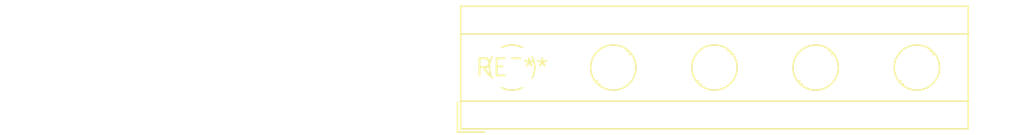
<source format=kicad_pcb>
(kicad_pcb (version 20240108) (generator pcbnew)
  (layers (0 "F.Cu" signal) (31 "B.Cu" signal) (34 "B.Paste" user) (35 "F.Paste" user) (36 "B.SilkS" user "B.Silkscreen") (37 "F.SilkS" user "F.Silkscreen") (38 "B.Mask" user) (39 "F.Mask" user) (44 "Edge.Cuts" user))
  (net 0 "")
  (footprint "TerminalBlock_MetzConnect_Type171_RT13705HBWC_1x05_P7.50mm_Horizontal" (layer "F.Cu") (at 0 0)
    (property "Reference" "REF**")
    (property "Value" "TerminalBlock_MetzConnect_Type171_RT13705HBWC_1x05_P7.50mm_Horizontal")
    (fp_line (start -4.05 2.56) (end -4.05 4.8) (layer "F.SilkS") (stroke (width 0.12)))
    (fp_line (start -4.05 4.8) (end -2.05 4.8) (layer "F.SilkS") (stroke (width 0.12)))
    (fp_line (start -3.81 -4.56) (end -3.81 4.56) (layer "F.SilkS") (stroke (width 0.12)))
    (fp_line (start -3.81 -4.56) (end 33.81 -4.56) (layer "F.SilkS") (stroke (width 0.12)))
    (fp_line (start -3.81 -2.5) (end 33.81 -2.5) (layer "F.SilkS") (stroke (width 0.12)))
    (fp_line (start -3.81 2.5) (end 33.81 2.5) (layer "F.SilkS") (stroke (width 0.12)))
    (fp_line (start -3.81 4.56) (end 33.81 4.56) (layer "F.SilkS") (stroke (width 0.12)))
    (fp_line (start 6.32 0.976) (end 6.226 1.069) (layer "F.SilkS") (stroke (width 0.12)))
    (fp_line (start 6.49 1.216) (end 6.431 1.274) (layer "F.SilkS") (stroke (width 0.12)))
    (fp_line (start 8.57 -1.275) (end 8.511 -1.216) (layer "F.SilkS") (stroke (width 0.12)))
    (fp_line (start 8.775 -1.069) (end 8.681 -0.976) (layer "F.SilkS") (stroke (width 0.12)))
    (fp_line (start 13.82 0.976) (end 13.726 1.069) (layer "F.SilkS") (stroke (width 0.12)))
    (fp_line (start 13.99 1.216) (end 13.931 1.274) (layer "F.SilkS") (stroke (width 0.12)))
    (fp_line (start 16.07 -1.275) (end 16.011 -1.216) (layer "F.SilkS") (stroke (width 0.12)))
    (fp_line (start 16.275 -1.069) (end 16.181 -0.976) (layer "F.SilkS") (stroke (width 0.12)))
    (fp_line (start 21.32 0.976) (end 21.226 1.069) (layer "F.SilkS") (stroke (width 0.12)))
    (fp_line (start 21.49 1.216) (end 21.431 1.274) (layer "F.SilkS") (stroke (width 0.12)))
    (fp_line (start 23.57 -1.275) (end 23.511 -1.216) (layer "F.SilkS") (stroke (width 0.12)))
    (fp_line (start 23.775 -1.069) (end 23.681 -0.976) (layer "F.SilkS") (stroke (width 0.12)))
    (fp_line (start 28.82 0.976) (end 28.726 1.069) (layer "F.SilkS") (stroke (width 0.12)))
    (fp_line (start 28.99 1.216) (end 28.931 1.274) (layer "F.SilkS") (stroke (width 0.12)))
    (fp_line (start 31.07 -1.275) (end 31.011 -1.216) (layer "F.SilkS") (stroke (width 0.12)))
    (fp_line (start 31.275 -1.069) (end 31.181 -0.976) (layer "F.SilkS") (stroke (width 0.12)))
    (fp_line (start 33.81 -4.56) (end 33.81 4.56) (layer "F.SilkS") (stroke (width 0.12)))
    (fp_arc (start -1.483953 0.789089) (mid -1.680708 5e-05) (end -1.484 -0.789) (layer "F.SilkS") (stroke (width 0.12)))
    (fp_arc (start -0.789089 -1.483953) (mid -5e-05 -1.680708) (end 0.789 -1.484) (layer "F.SilkS") (stroke (width 0.12)))
    (fp_arc (start 0.029383 1.68045) (mid -0.392304 1.634281) (end -0.789 1.484) (layer "F.SilkS") (stroke (width 0.12)))
    (fp_arc (start 0.788712 1.483352) (mid 0.406429 1.630097) (end 0 1.68) (layer "F.SilkS") (stroke (width 0.12)))
    (fp_arc (start 1.483953 -0.789089) (mid 1.680708 -5e-05) (end 1.484 0.789) (layer "F.SilkS") (stroke (width 0.12)))
    (fp_circle (center 7.5 0) (end 9.18 0) (layer "F.SilkS") (stroke (width 0.12)) (fill none))
    (fp_circle (center 15 0) (end 16.68 0) (layer "F.SilkS") (stroke (width 0.12)) (fill none))
    (fp_circle (center 22.5 0) (end 24.18 0) (layer "F.SilkS") (stroke (width 0.12)) (fill none))
    (fp_circle (center 30 0) (end 31.68 0) (layer "F.SilkS") (stroke (width 0.12)) (fill none))
    (pad "1" thru_hole rect (at 0 0) (size 2.5 2.5) (drill 1.3) (layers *.Cu *.Mask) (remove_unused_layers))
    (pad "2" thru_hole circle (at 7.5 0) (size 2.5 2.5) (drill 1.3) (layers *.Cu *.Mask) (remove_unused_layers))
    (pad "3" thru_hole circle (at 15 0) (size 2.5 2.5) (drill 1.3) (layers *.Cu *.Mask) (remove_unused_layers))
    (pad "4" thru_hole circle (at 22.5 0) (size 2.5 2.5) (drill 1.3) (layers *.Cu *.Mask) (remove_unused_layers))
    (pad "5" thru_hole circle (at 30 0) (size 2.5 2.5) (drill 1.3) (layers *.Cu *.Mask) (remove_unused_layers))
  )
)
</source>
